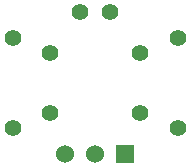
<source format=gts>
G04 (created by PCBNEW (2013-07-07 BZR 4022)-stable) date 12/11/2014 3:56:36 AM*
%MOIN*%
G04 Gerber Fmt 3.4, Leading zero omitted, Abs format*
%FSLAX34Y34*%
G01*
G70*
G90*
G04 APERTURE LIST*
%ADD10C,0.00590551*%
%ADD11C,0.055*%
%ADD12R,0.06X0.06*%
%ADD13C,0.06*%
G04 APERTURE END LIST*
G54D10*
G54D11*
X81814Y-56511D03*
X81814Y-54511D03*
X78814Y-56511D03*
X78814Y-54511D03*
X83070Y-54011D03*
X83070Y-57011D03*
X77559Y-57011D03*
X77559Y-54011D03*
G54D12*
X81314Y-57874D03*
G54D13*
X80314Y-57874D03*
X79314Y-57874D03*
G54D11*
X79814Y-53149D03*
X80814Y-53149D03*
M02*

</source>
